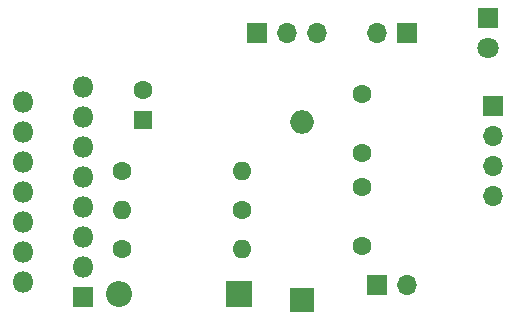
<source format=gbr>
G04 #@! TF.GenerationSoftware,KiCad,Pcbnew,(5.1.7)-1*
G04 #@! TF.CreationDate,2021-05-15T19:47:12-05:00*
G04 #@! TF.ProjectId,PortableAmpTDA,506f7274-6162-46c6-9541-6d705444412e,rev?*
G04 #@! TF.SameCoordinates,Original*
G04 #@! TF.FileFunction,Soldermask,Top*
G04 #@! TF.FilePolarity,Negative*
%FSLAX46Y46*%
G04 Gerber Fmt 4.6, Leading zero omitted, Abs format (unit mm)*
G04 Created by KiCad (PCBNEW (5.1.7)-1) date 2021-05-15 19:47:12*
%MOMM*%
%LPD*%
G01*
G04 APERTURE LIST*
%ADD10R,1.600000X1.600000*%
%ADD11C,1.600000*%
%ADD12R,2.000000X2.000000*%
%ADD13O,2.000000X2.000000*%
%ADD14R,2.200000X2.200000*%
%ADD15O,2.200000X2.200000*%
%ADD16R,1.800000X1.800000*%
%ADD17C,1.800000*%
%ADD18O,1.700000X1.700000*%
%ADD19R,1.700000X1.700000*%
%ADD20O,1.600000X1.600000*%
%ADD21O,1.800000X1.800000*%
G04 APERTURE END LIST*
D10*
G04 #@! TO.C,C1*
X135382000Y-69342000D03*
D11*
X135382000Y-66842000D03*
G04 #@! TD*
G04 #@! TO.C,C2*
X153905000Y-80010000D03*
X153905000Y-75010000D03*
G04 #@! TD*
D12*
G04 #@! TO.C,C3*
X148844000Y-84582000D03*
D13*
X148844000Y-69582000D03*
G04 #@! TD*
D11*
G04 #@! TO.C,C4*
X153905000Y-67136000D03*
X153905000Y-72136000D03*
G04 #@! TD*
D14*
G04 #@! TO.C,D1*
X143510000Y-84074000D03*
D15*
X133350000Y-84074000D03*
G04 #@! TD*
D16*
G04 #@! TO.C,D2*
X164592000Y-60706000D03*
D17*
X164592000Y-63246000D03*
G04 #@! TD*
D18*
G04 #@! TO.C,J1*
X155194000Y-62000000D03*
D19*
X157734000Y-62000000D03*
G04 #@! TD*
G04 #@! TO.C,J2*
X165000000Y-68190000D03*
D18*
X165000000Y-70730000D03*
X165000000Y-73270000D03*
X165000000Y-75810000D03*
G04 #@! TD*
D11*
G04 #@! TO.C,R1*
X133604000Y-73660000D03*
D20*
X143764000Y-73660000D03*
G04 #@! TD*
G04 #@! TO.C,R2*
X143764000Y-80264000D03*
D11*
X133604000Y-80264000D03*
G04 #@! TD*
G04 #@! TO.C,R3*
X143764000Y-76962000D03*
D20*
X133604000Y-76962000D03*
G04 #@! TD*
D19*
G04 #@! TO.C,RV1*
X145034000Y-61976000D03*
D18*
X147574000Y-61976000D03*
X150114000Y-61976000D03*
G04 #@! TD*
D19*
G04 #@! TO.C,SW1*
X155194000Y-83312000D03*
D18*
X157734000Y-83312000D03*
G04 #@! TD*
D16*
G04 #@! TO.C,U1*
X130302000Y-84328000D03*
D21*
X125222000Y-83058000D03*
X130302000Y-81788000D03*
X125222000Y-80518000D03*
X130302000Y-79248000D03*
X125222000Y-77978000D03*
X130302000Y-76708000D03*
X125222000Y-75438000D03*
X130302000Y-74168000D03*
X125222000Y-72898000D03*
X130302000Y-71628000D03*
X125222000Y-70358000D03*
X130302000Y-69088000D03*
X125222000Y-67818000D03*
X130302000Y-66548000D03*
G04 #@! TD*
M02*

</source>
